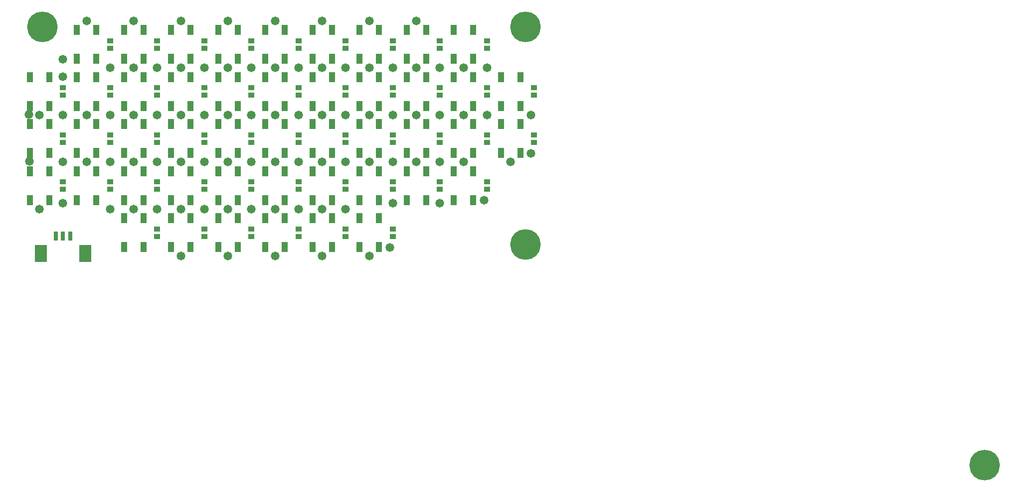
<source format=gts>
G04*
G04 #@! TF.GenerationSoftware,Altium Limited,Altium Designer,25.8.1 (18)*
G04*
G04 Layer_Color=8388736*
%FSLAX44Y44*%
%MOMM*%
G71*
G04*
G04 #@! TF.SameCoordinates,4CDBAC49-9385-4654-90CB-B963C00DF8DC*
G04*
G04*
G04 #@! TF.FilePolarity,Negative*
G04*
G01*
G75*
%ADD15R,0.8000X1.6000*%
%ADD16R,2.1000X3.0000*%
%ADD17R,1.1032X1.7032*%
%ADD18R,1.1032X0.9532*%
%ADD19C,5.2032*%
%ADD20C,1.4732*%
D15*
X560000Y794000D02*
D03*
X547500D02*
D03*
X572500D02*
D03*
D16*
X598000Y765000D02*
D03*
X522000D02*
D03*
D17*
X776500Y775500D02*
D03*
X663500Y824500D02*
D03*
X856500Y775500D02*
D03*
X743500Y824500D02*
D03*
X1223500Y1095500D02*
D03*
X1143500D02*
D03*
X1303500Y1015500D02*
D03*
X1143500D02*
D03*
X1223500D02*
D03*
X1063500Y1095500D02*
D03*
X983500D02*
D03*
X1063500Y1015500D02*
D03*
X983500D02*
D03*
X1303500Y935500D02*
D03*
X1223500D02*
D03*
X1143500D02*
D03*
X1223500Y855500D02*
D03*
X1143500D02*
D03*
X1063500Y935500D02*
D03*
X983500D02*
D03*
Y855500D02*
D03*
X1063500D02*
D03*
X1063500Y775500D02*
D03*
X983500D02*
D03*
X903500Y1095500D02*
D03*
X823500D02*
D03*
X743500D02*
D03*
X823500Y1015500D02*
D03*
X903500D02*
D03*
X743500D02*
D03*
X663500Y1095500D02*
D03*
X583500D02*
D03*
Y1015500D02*
D03*
X663500D02*
D03*
X503500D02*
D03*
X903500Y935500D02*
D03*
X823500D02*
D03*
X743500D02*
D03*
Y855500D02*
D03*
X903500D02*
D03*
X823500D02*
D03*
X903500Y775500D02*
D03*
X823500D02*
D03*
X743500D02*
D03*
X663500Y935500D02*
D03*
X583500D02*
D03*
X503500D02*
D03*
X663500Y855500D02*
D03*
X583500D02*
D03*
X663500Y775500D02*
D03*
X503500Y855500D02*
D03*
X1256500Y1144500D02*
D03*
X1336500Y1064500D02*
D03*
X1256500D02*
D03*
X1176500Y1144500D02*
D03*
X1176500Y1064500D02*
D03*
X1336500Y984500D02*
D03*
X1256500D02*
D03*
X1176500D02*
D03*
X1096500Y1144500D02*
D03*
X1096500Y1064500D02*
D03*
X1016500Y1144500D02*
D03*
X936500D02*
D03*
X1016500Y1064500D02*
D03*
X936500D02*
D03*
X1096500Y984500D02*
D03*
X1016500D02*
D03*
X936500D02*
D03*
X1256500Y904500D02*
D03*
X1176500D02*
D03*
X1096500D02*
D03*
X1016500D02*
D03*
X936500D02*
D03*
X1096500Y824500D02*
D03*
X1016500D02*
D03*
X856500Y1144500D02*
D03*
Y1064500D02*
D03*
X776500Y1144500D02*
D03*
Y1064500D02*
D03*
X856500Y984500D02*
D03*
X776500D02*
D03*
X696500Y1144500D02*
D03*
Y1064500D02*
D03*
X616500Y1144500D02*
D03*
Y1064500D02*
D03*
X536500D02*
D03*
X696500Y984500D02*
D03*
X616500D02*
D03*
X536500D02*
D03*
X856500Y904500D02*
D03*
X776500D02*
D03*
X936500Y824500D02*
D03*
X856500D02*
D03*
X776500D02*
D03*
X696500Y904500D02*
D03*
X616500D02*
D03*
X536500D02*
D03*
X696500Y824500D02*
D03*
X503500Y1064500D02*
D03*
X536500Y1015500D02*
D03*
X583500Y1064500D02*
D03*
X903500Y984500D02*
D03*
X936500Y935500D02*
D03*
X823500Y984500D02*
D03*
X856500Y935500D02*
D03*
X583500Y904500D02*
D03*
X616500Y855500D02*
D03*
X743500Y984500D02*
D03*
X776500Y935500D02*
D03*
X663500Y984500D02*
D03*
X696500Y935500D02*
D03*
X583500Y984500D02*
D03*
X616500Y935500D02*
D03*
X903500Y904500D02*
D03*
X936500Y855500D02*
D03*
X823500Y904500D02*
D03*
X856500Y855500D02*
D03*
X743500Y904500D02*
D03*
X776500Y855500D02*
D03*
X663500Y904500D02*
D03*
X696500Y855500D02*
D03*
X1223500Y904500D02*
D03*
X1256500Y855500D02*
D03*
X1143500Y904500D02*
D03*
X1176500Y855500D02*
D03*
X1063500Y904500D02*
D03*
X1096500Y855500D02*
D03*
X983500Y904500D02*
D03*
X1016500Y855500D02*
D03*
X903500Y824500D02*
D03*
X936500Y775500D02*
D03*
X823500Y824500D02*
D03*
X1063500D02*
D03*
X1096500Y775500D02*
D03*
X983500Y824500D02*
D03*
X1016500Y775500D02*
D03*
X696500D02*
D03*
X503500Y984500D02*
D03*
X536500Y935500D02*
D03*
X503500Y904500D02*
D03*
X536500Y855500D02*
D03*
X1063500Y984500D02*
D03*
X1096500Y935500D02*
D03*
X1143500Y984500D02*
D03*
X1176500Y935500D02*
D03*
X1223500Y984500D02*
D03*
X1256500Y935500D02*
D03*
X616500Y1015500D02*
D03*
X663500Y1064500D02*
D03*
X696500Y1015500D02*
D03*
X1303500Y984500D02*
D03*
X1336500Y935500D02*
D03*
X663500Y1144500D02*
D03*
X696500Y1095500D02*
D03*
X583500Y1144500D02*
D03*
X616500Y1095500D02*
D03*
X1303500Y1064500D02*
D03*
X1336500Y1015500D02*
D03*
X1223500Y1144500D02*
D03*
X1256500Y1095500D02*
D03*
X1143500Y1064500D02*
D03*
X1176500Y1015500D02*
D03*
X1223500Y1064500D02*
D03*
X1256500Y1015500D02*
D03*
X1143500Y1144500D02*
D03*
X1176500Y1095500D02*
D03*
X743500Y1144500D02*
D03*
X776500Y1095500D02*
D03*
X823500Y1144500D02*
D03*
X856500Y1095500D02*
D03*
X983500Y1144500D02*
D03*
X1016500Y1095500D02*
D03*
X903500Y1144500D02*
D03*
X936500Y1095500D02*
D03*
X1063500Y1144500D02*
D03*
X1096500Y1095500D02*
D03*
X823500Y1064500D02*
D03*
X856500Y1015500D02*
D03*
X743500Y1064500D02*
D03*
X776500Y1015500D02*
D03*
X903500Y1064500D02*
D03*
X936500Y1015500D02*
D03*
X983500Y1064500D02*
D03*
X1016500Y1015500D02*
D03*
X1063500Y1064500D02*
D03*
X1096500Y1015500D02*
D03*
X983500Y984500D02*
D03*
X1016500Y935500D02*
D03*
D18*
X1280000Y1113750D02*
D03*
X1360000Y1033750D02*
D03*
X1280000D02*
D03*
X1200000Y1113750D02*
D03*
Y1033750D02*
D03*
X1120000Y1113750D02*
D03*
X1040000D02*
D03*
X1120000Y1033750D02*
D03*
X1040000D02*
D03*
X960000Y1113750D02*
D03*
Y1033750D02*
D03*
X1360000Y953750D02*
D03*
X1280000D02*
D03*
Y873750D02*
D03*
X1200000Y953750D02*
D03*
X1120000D02*
D03*
X1200000Y873750D02*
D03*
X1120000D02*
D03*
X1120000Y793750D02*
D03*
X1040000Y953750D02*
D03*
Y873750D02*
D03*
X960000Y953750D02*
D03*
Y873750D02*
D03*
X1040000Y793750D02*
D03*
X960000D02*
D03*
X880000Y1113750D02*
D03*
Y1033750D02*
D03*
X800000D02*
D03*
Y1113750D02*
D03*
X720000D02*
D03*
Y1033750D02*
D03*
X880000Y953750D02*
D03*
X800000D02*
D03*
X720000D02*
D03*
X640000Y1113750D02*
D03*
Y1033750D02*
D03*
X560000D02*
D03*
X640000Y953750D02*
D03*
X560000D02*
D03*
X880000Y873750D02*
D03*
X800000D02*
D03*
X720000D02*
D03*
X880000Y793750D02*
D03*
X720000Y793750D02*
D03*
X800000D02*
D03*
X640000Y873750D02*
D03*
X560000D02*
D03*
X1280000Y1126250D02*
D03*
X1200000D02*
D03*
X1360000Y1046250D02*
D03*
X1280000D02*
D03*
X1200000D02*
D03*
X1120000Y1126250D02*
D03*
X1040000D02*
D03*
X960000D02*
D03*
X1120000Y1046250D02*
D03*
X1040000D02*
D03*
X960000D02*
D03*
X1360000Y966250D02*
D03*
X1280000D02*
D03*
X1200000D02*
D03*
X1120000D02*
D03*
X1280000Y886250D02*
D03*
X1200000D02*
D03*
X1120000Y806250D02*
D03*
X1120000Y886250D02*
D03*
X1040000Y966250D02*
D03*
Y886250D02*
D03*
X960000Y966250D02*
D03*
X1040000Y806250D02*
D03*
X960000Y886250D02*
D03*
Y806250D02*
D03*
X880000Y1126250D02*
D03*
X800000D02*
D03*
X720000D02*
D03*
X880000Y1046250D02*
D03*
X800000D02*
D03*
X720000D02*
D03*
X640000Y1126250D02*
D03*
Y1046250D02*
D03*
X560000D02*
D03*
X880000Y966250D02*
D03*
Y886250D02*
D03*
X800000Y966250D02*
D03*
X720000D02*
D03*
X800000Y886250D02*
D03*
X720000D02*
D03*
X880000Y806250D02*
D03*
X800000Y806250D02*
D03*
X720000D02*
D03*
X640000Y966250D02*
D03*
X560000D02*
D03*
X640000Y886250D02*
D03*
X560000D02*
D03*
D19*
X1345000Y780000D02*
D03*
Y1150000D02*
D03*
X525000D02*
D03*
X2125000Y405000D02*
D03*
D20*
X760000Y760000D02*
D03*
X680000Y840000D02*
D03*
X840000Y760000D02*
D03*
X760000Y840000D02*
D03*
X1355000Y1000000D02*
D03*
Y935000D02*
D03*
X1275000Y855000D02*
D03*
X1115000Y775000D02*
D03*
X560000Y1095000D02*
D03*
X501750Y1000890D02*
D03*
X502831Y921559D02*
D03*
X520000Y840000D02*
D03*
X560000Y1065000D02*
D03*
Y1000000D02*
D03*
X680000Y1160000D02*
D03*
X840000D02*
D03*
X760000D02*
D03*
X920000D02*
D03*
X1000000D02*
D03*
X1080000D02*
D03*
X600000D02*
D03*
X1160000D02*
D03*
X1200000Y850000D02*
D03*
Y920000D02*
D03*
X1120000Y850000D02*
D03*
Y920000D02*
D03*
X1320000D02*
D03*
X1240000D02*
D03*
X880000Y1080000D02*
D03*
X1280000D02*
D03*
Y1000000D02*
D03*
X1240000D02*
D03*
X920000Y1080000D02*
D03*
X960000D02*
D03*
X1000000D02*
D03*
X1080000D02*
D03*
X1160000D02*
D03*
X1240000D02*
D03*
X920000Y840000D02*
D03*
X1040000D02*
D03*
X960000D02*
D03*
X880000D02*
D03*
X800000D02*
D03*
X840000D02*
D03*
X640000Y920000D02*
D03*
Y840000D02*
D03*
X600000Y920000D02*
D03*
X560000D02*
D03*
Y850000D02*
D03*
X600000Y1000000D02*
D03*
X680000D02*
D03*
X760000D02*
D03*
X720000D02*
D03*
X640000D02*
D03*
X680000Y920000D02*
D03*
X720000Y840000D02*
D03*
Y920000D02*
D03*
X1160000D02*
D03*
X1000000Y1000000D02*
D03*
X1080000D02*
D03*
X1160000D02*
D03*
X840000D02*
D03*
X1120000D02*
D03*
X1040000D02*
D03*
X920000D02*
D03*
X960000D02*
D03*
X880000D02*
D03*
X800000D02*
D03*
X760000Y920000D02*
D03*
X1040000D02*
D03*
X920000D02*
D03*
X840000D02*
D03*
X800000D02*
D03*
X880000D02*
D03*
X960000D02*
D03*
X1000000D02*
D03*
X1080000D02*
D03*
X1000000Y840000D02*
D03*
X1200000Y1000000D02*
D03*
X520000D02*
D03*
X680000Y1080000D02*
D03*
X640000D02*
D03*
X720000D02*
D03*
X920000Y760000D02*
D03*
X1000000D02*
D03*
X1080000D02*
D03*
X760000Y1080000D02*
D03*
X1200000D02*
D03*
X1120000D02*
D03*
X1040000D02*
D03*
X800000D02*
D03*
X840000D02*
D03*
M02*

</source>
